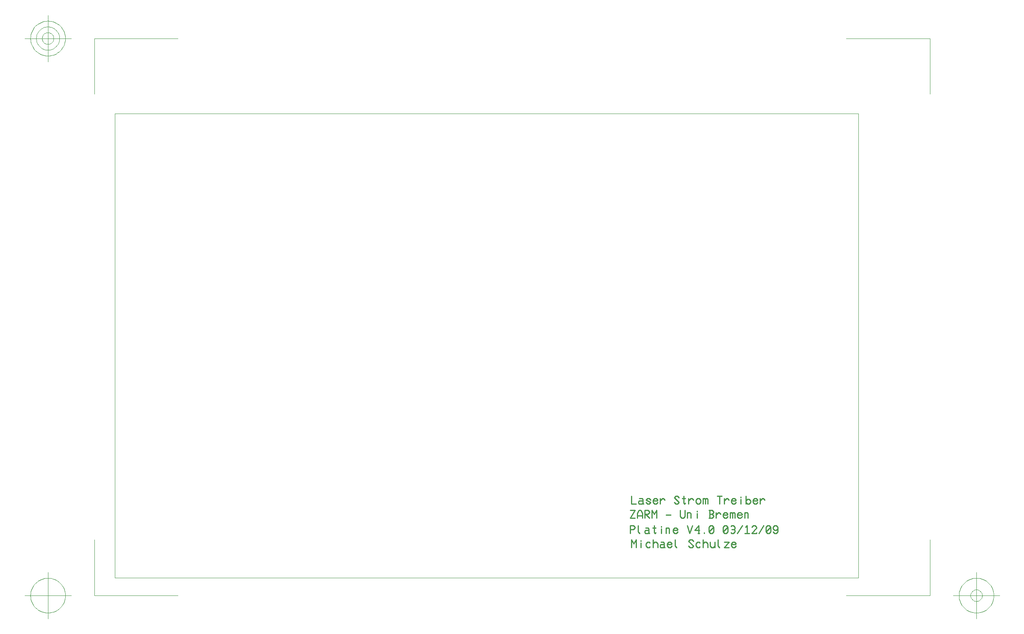
<source format=gbr>
G04 Generated by Ultiboard 10.0 *
%FSLAX25Y25*%
%MOIN*%

%ADD43C,0.01050*%
%ADD22C,0.00394*%
%ADD23C,0.00004*%


G04 ColorRGB CBCBCB for the following layer *
%LNMechanische Lage 1*%
%LPD*%
%FSLAX25Y25*%
%MOIN*%
G54D43*
X436672Y57325D02*
X440703Y57325D01*
X440703Y57325D02*
X436672Y50576D01*
X436672Y50576D02*
X440703Y50576D01*
X442719Y50576D02*
X442719Y54625D01*
X442719Y54625D02*
X444063Y57325D01*
X444063Y57325D02*
X445407Y57325D01*
X445407Y57325D02*
X446751Y54625D01*
X446751Y54625D02*
X446751Y50576D01*
X442719Y52601D02*
X446751Y52601D01*
X448766Y50576D02*
X448766Y57325D01*
X448766Y57325D02*
X451454Y57325D01*
X451454Y57325D02*
X452798Y55975D01*
X452798Y55975D02*
X452798Y55300D01*
X452798Y55300D02*
X451454Y53951D01*
X451454Y53951D02*
X448766Y53951D01*
X449438Y53951D02*
X452798Y50576D01*
X454814Y50576D02*
X454814Y57325D01*
X454814Y57325D02*
X456829Y53951D01*
X456829Y53951D02*
X458845Y57325D01*
X458845Y57325D02*
X458845Y50576D01*
X466908Y53276D02*
X470940Y53276D01*
X479003Y57325D02*
X479003Y51926D01*
X479003Y51926D02*
X480346Y50576D01*
X480346Y50576D02*
X481690Y50576D01*
X481690Y50576D02*
X483034Y51926D01*
X483034Y51926D02*
X483034Y57325D01*
X485050Y50576D02*
X485050Y54625D01*
X485050Y54625D02*
X485050Y55300D01*
X485050Y54625D02*
X485722Y55300D01*
X485722Y55300D02*
X487066Y55300D01*
X487066Y55300D02*
X487738Y54625D01*
X487738Y54625D02*
X487738Y50576D01*
X493113Y50576D02*
X493113Y54625D01*
X493113Y55975D02*
X493113Y56650D01*
X503192Y50576D02*
X505879Y50576D01*
X505879Y50576D02*
X507223Y51926D01*
X507223Y51926D02*
X507223Y52601D01*
X507223Y52601D02*
X505879Y53951D01*
X505879Y53951D02*
X507223Y55300D01*
X507223Y55300D02*
X507223Y55975D01*
X507223Y55975D02*
X505879Y57325D01*
X505879Y57325D02*
X503864Y57325D01*
X503864Y57325D02*
X503192Y57325D01*
X503864Y53951D02*
X505879Y53951D01*
X503864Y57325D02*
X503864Y50576D01*
X509239Y53276D02*
X511255Y55300D01*
X511255Y55300D02*
X511927Y55300D01*
X511927Y55300D02*
X513270Y53951D01*
X509239Y50576D02*
X509239Y55300D01*
X519318Y51926D02*
X517974Y50576D01*
X517974Y50576D02*
X516630Y50576D01*
X516630Y50576D02*
X515286Y51926D01*
X515286Y51926D02*
X515286Y53951D01*
X515286Y53951D02*
X516630Y55300D01*
X516630Y55300D02*
X517974Y55300D01*
X517974Y55300D02*
X519318Y53951D01*
X519318Y53951D02*
X518646Y53276D01*
X518646Y53276D02*
X515286Y53276D01*
X521333Y50576D02*
X521333Y54625D01*
X521333Y54625D02*
X521333Y55300D01*
X521333Y54625D02*
X522005Y55300D01*
X522005Y55300D02*
X522677Y55300D01*
X522677Y55300D02*
X523349Y54625D01*
X523349Y54625D02*
X524021Y55300D01*
X524021Y55300D02*
X524693Y55300D01*
X524693Y55300D02*
X525365Y54625D01*
X525365Y54625D02*
X525365Y50576D01*
X523349Y54625D02*
X523349Y50576D01*
X531412Y51926D02*
X530068Y50576D01*
X530068Y50576D02*
X528724Y50576D01*
X528724Y50576D02*
X527381Y51926D01*
X527381Y51926D02*
X527381Y53951D01*
X527381Y53951D02*
X528724Y55300D01*
X528724Y55300D02*
X530068Y55300D01*
X530068Y55300D02*
X531412Y53951D01*
X531412Y53951D02*
X530740Y53276D01*
X530740Y53276D02*
X527381Y53276D01*
X533428Y50576D02*
X533428Y54625D01*
X533428Y54625D02*
X533428Y55300D01*
X533428Y54625D02*
X534100Y55300D01*
X534100Y55300D02*
X535444Y55300D01*
X535444Y55300D02*
X536115Y54625D01*
X536115Y54625D02*
X536115Y50576D01*
X436672Y37576D02*
X436672Y44325D01*
X436672Y44325D02*
X439360Y44325D01*
X439360Y44325D02*
X440703Y42975D01*
X440703Y42975D02*
X440703Y42300D01*
X440703Y42300D02*
X439360Y40951D01*
X439360Y40951D02*
X436672Y40951D01*
X443391Y44325D02*
X443391Y38926D01*
X443391Y38926D02*
X444735Y37576D01*
X449438Y42300D02*
X451454Y42300D01*
X451454Y42300D02*
X452126Y41625D01*
X452126Y41625D02*
X452126Y38251D01*
X452126Y38251D02*
X451454Y37576D01*
X451454Y37576D02*
X449438Y37576D01*
X449438Y37576D02*
X448766Y38251D01*
X448766Y38251D02*
X448766Y39601D01*
X448766Y39601D02*
X449438Y40276D01*
X449438Y40276D02*
X452126Y40276D01*
X452126Y38251D02*
X452798Y37576D01*
X458173Y38251D02*
X457501Y37576D01*
X457501Y37576D02*
X456829Y38251D01*
X456829Y38251D02*
X456829Y44325D01*
X455486Y42300D02*
X458173Y42300D01*
X462877Y37576D02*
X462877Y41625D01*
X462877Y42975D02*
X462877Y43650D01*
X466908Y37576D02*
X466908Y41625D01*
X466908Y41625D02*
X466908Y42300D01*
X466908Y41625D02*
X467580Y42300D01*
X467580Y42300D02*
X468924Y42300D01*
X468924Y42300D02*
X469596Y41625D01*
X469596Y41625D02*
X469596Y37576D01*
X476987Y38926D02*
X475643Y37576D01*
X475643Y37576D02*
X474299Y37576D01*
X474299Y37576D02*
X472955Y38926D01*
X472955Y38926D02*
X472955Y40951D01*
X472955Y40951D02*
X474299Y42300D01*
X474299Y42300D02*
X475643Y42300D01*
X475643Y42300D02*
X476987Y40951D01*
X476987Y40951D02*
X476315Y40276D01*
X476315Y40276D02*
X472955Y40276D01*
X485050Y44325D02*
X487066Y37576D01*
X487066Y37576D02*
X489081Y44325D01*
X495129Y40276D02*
X491097Y40276D01*
X491097Y40276D02*
X494457Y44325D01*
X494457Y44325D02*
X494457Y37576D01*
X493785Y37576D02*
X495129Y37576D01*
X499160Y37576D02*
X499160Y38251D01*
X503192Y42975D02*
X504535Y44325D01*
X504535Y44325D02*
X505879Y44325D01*
X505879Y44325D02*
X507223Y42975D01*
X507223Y42975D02*
X507223Y38926D01*
X507223Y38926D02*
X505879Y37576D01*
X505879Y37576D02*
X504535Y37576D01*
X504535Y37576D02*
X503192Y38926D01*
X503192Y38926D02*
X503192Y42975D01*
X507223Y42975D02*
X503192Y38926D01*
X515286Y42975D02*
X516630Y44325D01*
X516630Y44325D02*
X517974Y44325D01*
X517974Y44325D02*
X519318Y42975D01*
X519318Y42975D02*
X519318Y38926D01*
X519318Y38926D02*
X517974Y37576D01*
X517974Y37576D02*
X516630Y37576D01*
X516630Y37576D02*
X515286Y38926D01*
X515286Y38926D02*
X515286Y42975D01*
X519318Y42975D02*
X515286Y38926D01*
X522005Y43650D02*
X522677Y44325D01*
X522677Y44325D02*
X524021Y44325D01*
X524021Y44325D02*
X525365Y42975D01*
X525365Y42975D02*
X525365Y41625D01*
X525365Y41625D02*
X524693Y40951D01*
X524693Y40951D02*
X525365Y40276D01*
X525365Y40276D02*
X525365Y38926D01*
X525365Y38926D02*
X524021Y37576D01*
X524021Y37576D02*
X522677Y37576D01*
X522677Y37576D02*
X522005Y38251D01*
X522677Y40951D02*
X524693Y40951D01*
X531412Y44325D02*
X527381Y37576D01*
X534100Y42975D02*
X535444Y44325D01*
X535444Y44325D02*
X535444Y37576D01*
X533428Y37576D02*
X537459Y37576D01*
X539475Y42975D02*
X540819Y44325D01*
X540819Y44325D02*
X542163Y44325D01*
X542163Y44325D02*
X543507Y42975D01*
X543507Y42975D02*
X543507Y42300D01*
X543507Y42300D02*
X539475Y37576D01*
X539475Y37576D02*
X543507Y37576D01*
X543507Y37576D02*
X543507Y38251D01*
X549554Y44325D02*
X545522Y37576D01*
X551570Y42975D02*
X552913Y44325D01*
X552913Y44325D02*
X554257Y44325D01*
X554257Y44325D02*
X555601Y42975D01*
X555601Y42975D02*
X555601Y38926D01*
X555601Y38926D02*
X554257Y37576D01*
X554257Y37576D02*
X552913Y37576D01*
X552913Y37576D02*
X551570Y38926D01*
X551570Y38926D02*
X551570Y42975D01*
X555601Y42975D02*
X551570Y38926D01*
X557617Y38926D02*
X558961Y37576D01*
X558961Y37576D02*
X560304Y37576D01*
X560304Y37576D02*
X561648Y38926D01*
X561648Y38926D02*
X561648Y41625D01*
X561648Y41625D02*
X561648Y42975D01*
X561648Y42975D02*
X560304Y44325D01*
X560304Y44325D02*
X558961Y44325D01*
X558961Y44325D02*
X557617Y42975D01*
X557617Y42975D02*
X557617Y41625D01*
X557617Y41625D02*
X558961Y40276D01*
X558961Y40276D02*
X560304Y40276D01*
X560304Y40276D02*
X561648Y41625D01*
X437672Y25576D02*
X437672Y32325D01*
X437672Y32325D02*
X439688Y28951D01*
X439688Y28951D02*
X441703Y32325D01*
X441703Y32325D02*
X441703Y25576D01*
X445735Y25576D02*
X445735Y29625D01*
X445735Y30975D02*
X445735Y31650D01*
X453126Y26251D02*
X452454Y25576D01*
X452454Y25576D02*
X451110Y25576D01*
X451110Y25576D02*
X449766Y26926D01*
X449766Y26926D02*
X449766Y28951D01*
X449766Y28951D02*
X451110Y30300D01*
X451110Y30300D02*
X452454Y30300D01*
X452454Y30300D02*
X453126Y29625D01*
X455814Y28951D02*
X457157Y30300D01*
X457157Y30300D02*
X458501Y30300D01*
X458501Y30300D02*
X459845Y28951D01*
X459845Y28951D02*
X459845Y25576D01*
X455814Y32325D02*
X455814Y25576D01*
X462533Y30300D02*
X464549Y30300D01*
X464549Y30300D02*
X465220Y29625D01*
X465220Y29625D02*
X465220Y26251D01*
X465220Y26251D02*
X464549Y25576D01*
X464549Y25576D02*
X462533Y25576D01*
X462533Y25576D02*
X461861Y26251D01*
X461861Y26251D02*
X461861Y27601D01*
X461861Y27601D02*
X462533Y28276D01*
X462533Y28276D02*
X465220Y28276D01*
X465220Y26251D02*
X465892Y25576D01*
X471940Y26926D02*
X470596Y25576D01*
X470596Y25576D02*
X469252Y25576D01*
X469252Y25576D02*
X467908Y26926D01*
X467908Y26926D02*
X467908Y28951D01*
X467908Y28951D02*
X469252Y30300D01*
X469252Y30300D02*
X470596Y30300D01*
X470596Y30300D02*
X471940Y28951D01*
X471940Y28951D02*
X471268Y28276D01*
X471268Y28276D02*
X467908Y28276D01*
X474627Y32325D02*
X474627Y26926D01*
X474627Y26926D02*
X475971Y25576D01*
X486050Y26926D02*
X487394Y25576D01*
X487394Y25576D02*
X488738Y25576D01*
X488738Y25576D02*
X490081Y26926D01*
X490081Y26926D02*
X486050Y30975D01*
X486050Y30975D02*
X487394Y32325D01*
X487394Y32325D02*
X488738Y32325D01*
X488738Y32325D02*
X490081Y30975D01*
X495457Y26251D02*
X494785Y25576D01*
X494785Y25576D02*
X493441Y25576D01*
X493441Y25576D02*
X492097Y26926D01*
X492097Y26926D02*
X492097Y28951D01*
X492097Y28951D02*
X493441Y30300D01*
X493441Y30300D02*
X494785Y30300D01*
X494785Y30300D02*
X495457Y29625D01*
X498144Y28951D02*
X499488Y30300D01*
X499488Y30300D02*
X500832Y30300D01*
X500832Y30300D02*
X502176Y28951D01*
X502176Y28951D02*
X502176Y25576D01*
X498144Y32325D02*
X498144Y25576D01*
X504192Y30300D02*
X504192Y26926D01*
X504192Y26926D02*
X505535Y25576D01*
X505535Y25576D02*
X506879Y25576D01*
X506879Y25576D02*
X508223Y26926D01*
X508223Y26926D02*
X508223Y30300D01*
X508223Y26926D02*
X508223Y25576D01*
X510911Y32325D02*
X510911Y26926D01*
X510911Y26926D02*
X512255Y25576D01*
X516286Y30300D02*
X520318Y30300D01*
X520318Y30300D02*
X516286Y25576D01*
X516286Y25576D02*
X520318Y25576D01*
X526365Y26926D02*
X525021Y25576D01*
X525021Y25576D02*
X523677Y25576D01*
X523677Y25576D02*
X522333Y26926D01*
X522333Y26926D02*
X522333Y28951D01*
X522333Y28951D02*
X523677Y30300D01*
X523677Y30300D02*
X525021Y30300D01*
X525021Y30300D02*
X526365Y28951D01*
X526365Y28951D02*
X525693Y28276D01*
X525693Y28276D02*
X522333Y28276D01*
X437672Y69325D02*
X437672Y62576D01*
X437672Y62576D02*
X441703Y62576D01*
X444391Y67300D02*
X446407Y67300D01*
X446407Y67300D02*
X447079Y66625D01*
X447079Y66625D02*
X447079Y63251D01*
X447079Y63251D02*
X446407Y62576D01*
X446407Y62576D02*
X444391Y62576D01*
X444391Y62576D02*
X443719Y63251D01*
X443719Y63251D02*
X443719Y64601D01*
X443719Y64601D02*
X444391Y65276D01*
X444391Y65276D02*
X447079Y65276D01*
X447079Y63251D02*
X447751Y62576D01*
X449766Y63926D02*
X451110Y62576D01*
X451110Y62576D02*
X452454Y62576D01*
X452454Y62576D02*
X453798Y63926D01*
X453798Y63926D02*
X449766Y65951D01*
X449766Y65951D02*
X451110Y67300D01*
X451110Y67300D02*
X452454Y67300D01*
X452454Y67300D02*
X453798Y65951D01*
X459845Y63926D02*
X458501Y62576D01*
X458501Y62576D02*
X457157Y62576D01*
X457157Y62576D02*
X455814Y63926D01*
X455814Y63926D02*
X455814Y65951D01*
X455814Y65951D02*
X457157Y67300D01*
X457157Y67300D02*
X458501Y67300D01*
X458501Y67300D02*
X459845Y65951D01*
X459845Y65951D02*
X459173Y65276D01*
X459173Y65276D02*
X455814Y65276D01*
X461861Y65276D02*
X463877Y67300D01*
X463877Y67300D02*
X464549Y67300D01*
X464549Y67300D02*
X465892Y65951D01*
X461861Y62576D02*
X461861Y67300D01*
X473955Y63926D02*
X475299Y62576D01*
X475299Y62576D02*
X476643Y62576D01*
X476643Y62576D02*
X477987Y63926D01*
X477987Y63926D02*
X473955Y67975D01*
X473955Y67975D02*
X475299Y69325D01*
X475299Y69325D02*
X476643Y69325D01*
X476643Y69325D02*
X477987Y67975D01*
X483362Y63251D02*
X482690Y62576D01*
X482690Y62576D02*
X482018Y63251D01*
X482018Y63251D02*
X482018Y69325D01*
X480675Y67300D02*
X483362Y67300D01*
X486050Y65276D02*
X488066Y67300D01*
X488066Y67300D02*
X488738Y67300D01*
X488738Y67300D02*
X490081Y65951D01*
X486050Y62576D02*
X486050Y67300D01*
X492097Y63926D02*
X493441Y62576D01*
X493441Y62576D02*
X494785Y62576D01*
X494785Y62576D02*
X496129Y63926D01*
X496129Y63926D02*
X496129Y65951D01*
X496129Y65951D02*
X494785Y67300D01*
X494785Y67300D02*
X493441Y67300D01*
X493441Y67300D02*
X492097Y65951D01*
X492097Y65951D02*
X492097Y63926D01*
X498144Y62576D02*
X498144Y66625D01*
X498144Y66625D02*
X498144Y67300D01*
X498144Y66625D02*
X498816Y67300D01*
X498816Y67300D02*
X499488Y67300D01*
X499488Y67300D02*
X500160Y66625D01*
X500160Y66625D02*
X500832Y67300D01*
X500832Y67300D02*
X501504Y67300D01*
X501504Y67300D02*
X502176Y66625D01*
X502176Y66625D02*
X502176Y62576D01*
X500160Y66625D02*
X500160Y62576D01*
X512255Y62576D02*
X512255Y69325D01*
X510239Y69325D02*
X514270Y69325D01*
X516286Y65276D02*
X518302Y67300D01*
X518302Y67300D02*
X518974Y67300D01*
X518974Y67300D02*
X520318Y65951D01*
X516286Y62576D02*
X516286Y67300D01*
X526365Y63926D02*
X525021Y62576D01*
X525021Y62576D02*
X523677Y62576D01*
X523677Y62576D02*
X522333Y63926D01*
X522333Y63926D02*
X522333Y65951D01*
X522333Y65951D02*
X523677Y67300D01*
X523677Y67300D02*
X525021Y67300D01*
X525021Y67300D02*
X526365Y65951D01*
X526365Y65951D02*
X525693Y65276D01*
X525693Y65276D02*
X522333Y65276D01*
X530396Y62576D02*
X530396Y66625D01*
X530396Y67975D02*
X530396Y68650D01*
X534428Y63926D02*
X535772Y62576D01*
X535772Y62576D02*
X537115Y62576D01*
X537115Y62576D02*
X538459Y63926D01*
X538459Y63926D02*
X538459Y65276D01*
X538459Y65276D02*
X537115Y66625D01*
X537115Y66625D02*
X535772Y66625D01*
X535772Y66625D02*
X534428Y65276D01*
X534428Y69325D02*
X534428Y62576D01*
X544507Y63926D02*
X543163Y62576D01*
X543163Y62576D02*
X541819Y62576D01*
X541819Y62576D02*
X540475Y63926D01*
X540475Y63926D02*
X540475Y65951D01*
X540475Y65951D02*
X541819Y67300D01*
X541819Y67300D02*
X543163Y67300D01*
X543163Y67300D02*
X544507Y65951D01*
X544507Y65951D02*
X543835Y65276D01*
X543835Y65276D02*
X540475Y65276D01*
X546522Y65276D02*
X548538Y67300D01*
X548538Y67300D02*
X549210Y67300D01*
X549210Y67300D02*
X550554Y65951D01*
X546522Y62576D02*
X546522Y67300D01*
G54D22*
X-17512Y-14937D02*
X-17512Y32308D01*
X-17512Y-14937D02*
X53291Y-14937D01*
X690512Y-14937D02*
X619709Y-14937D01*
X690512Y-14937D02*
X690512Y32308D01*
X690512Y457512D02*
X690512Y410267D01*
X690512Y457512D02*
X619709Y457512D01*
X-17512Y457512D02*
X53291Y457512D01*
X-17512Y457512D02*
X-17512Y410267D01*
X-37197Y-14937D02*
X-76567Y-14937D01*
X-56882Y-34622D02*
X-56882Y4748D01*
X-42118Y-14937D02*
X-42189Y-13490D01*
X-42189Y-13490D02*
X-42402Y-12057D01*
X-42402Y-12057D02*
X-42754Y-10651D01*
X-42754Y-10651D02*
X-43242Y-9287D01*
X-43242Y-9287D02*
X-43861Y-7977D01*
X-43861Y-7977D02*
X-44606Y-6735D01*
X-44606Y-6735D02*
X-45469Y-5571D01*
X-45469Y-5571D02*
X-46442Y-4497D01*
X-46442Y-4497D02*
X-47516Y-3524D01*
X-47516Y-3524D02*
X-48680Y-2661D01*
X-48680Y-2661D02*
X-49922Y-1917D01*
X-49922Y-1917D02*
X-51232Y-1297D01*
X-51232Y-1297D02*
X-52596Y-809D01*
X-52596Y-809D02*
X-54002Y-457D01*
X-54002Y-457D02*
X-55435Y-244D01*
X-55435Y-244D02*
X-56882Y-173D01*
X-56882Y-173D02*
X-58329Y-244D01*
X-58329Y-244D02*
X-59762Y-457D01*
X-59762Y-457D02*
X-61168Y-809D01*
X-61168Y-809D02*
X-62532Y-1297D01*
X-62532Y-1297D02*
X-63841Y-1917D01*
X-63841Y-1917D02*
X-65084Y-2661D01*
X-65084Y-2661D02*
X-66248Y-3524D01*
X-66248Y-3524D02*
X-67321Y-4497D01*
X-67321Y-4497D02*
X-68294Y-5571D01*
X-68294Y-5571D02*
X-69158Y-6735D01*
X-69158Y-6735D02*
X-69902Y-7977D01*
X-69902Y-7977D02*
X-70522Y-9287D01*
X-70522Y-9287D02*
X-71010Y-10651D01*
X-71010Y-10651D02*
X-71362Y-12057D01*
X-71362Y-12057D02*
X-71575Y-13490D01*
X-71575Y-13490D02*
X-71646Y-14937D01*
X-71646Y-14937D02*
X-71575Y-16384D01*
X-71575Y-16384D02*
X-71362Y-17817D01*
X-71362Y-17817D02*
X-71010Y-19223D01*
X-71010Y-19223D02*
X-70522Y-20587D01*
X-70522Y-20587D02*
X-69902Y-21897D01*
X-69902Y-21897D02*
X-69158Y-23139D01*
X-69158Y-23139D02*
X-68294Y-24303D01*
X-68294Y-24303D02*
X-67321Y-25377D01*
X-67321Y-25377D02*
X-66248Y-26350D01*
X-66248Y-26350D02*
X-65084Y-27213D01*
X-65084Y-27213D02*
X-63841Y-27957D01*
X-63841Y-27957D02*
X-62532Y-28577D01*
X-62532Y-28577D02*
X-61168Y-29065D01*
X-61168Y-29065D02*
X-59762Y-29417D01*
X-59762Y-29417D02*
X-58329Y-29630D01*
X-58329Y-29630D02*
X-56882Y-29701D01*
X-56882Y-29701D02*
X-55435Y-29630D01*
X-55435Y-29630D02*
X-54002Y-29417D01*
X-54002Y-29417D02*
X-52596Y-29065D01*
X-52596Y-29065D02*
X-51232Y-28577D01*
X-51232Y-28577D02*
X-49922Y-27957D01*
X-49922Y-27957D02*
X-48680Y-27213D01*
X-48680Y-27213D02*
X-47516Y-26350D01*
X-47516Y-26350D02*
X-46442Y-25377D01*
X-46442Y-25377D02*
X-45469Y-24303D01*
X-45469Y-24303D02*
X-44606Y-23139D01*
X-44606Y-23139D02*
X-43861Y-21897D01*
X-43861Y-21897D02*
X-43242Y-20587D01*
X-43242Y-20587D02*
X-42754Y-19223D01*
X-42754Y-19223D02*
X-42402Y-17817D01*
X-42402Y-17817D02*
X-42189Y-16384D01*
X-42189Y-16384D02*
X-42118Y-14937D01*
X710197Y-14937D02*
X749567Y-14937D01*
X729882Y-34622D02*
X729882Y4748D01*
X744646Y-14937D02*
X744575Y-13490D01*
X744575Y-13490D02*
X744362Y-12057D01*
X744362Y-12057D02*
X744010Y-10651D01*
X744010Y-10651D02*
X743522Y-9287D01*
X743522Y-9287D02*
X742902Y-7977D01*
X742902Y-7977D02*
X742158Y-6735D01*
X742158Y-6735D02*
X741294Y-5571D01*
X741294Y-5571D02*
X740321Y-4497D01*
X740321Y-4497D02*
X739248Y-3524D01*
X739248Y-3524D02*
X738084Y-2661D01*
X738084Y-2661D02*
X736841Y-1917D01*
X736841Y-1917D02*
X735532Y-1297D01*
X735532Y-1297D02*
X734168Y-809D01*
X734168Y-809D02*
X732762Y-457D01*
X732762Y-457D02*
X731329Y-244D01*
X731329Y-244D02*
X729882Y-173D01*
X729882Y-173D02*
X728435Y-244D01*
X728435Y-244D02*
X727002Y-457D01*
X727002Y-457D02*
X725596Y-809D01*
X725596Y-809D02*
X724232Y-1297D01*
X724232Y-1297D02*
X722922Y-1917D01*
X722922Y-1917D02*
X721680Y-2661D01*
X721680Y-2661D02*
X720516Y-3524D01*
X720516Y-3524D02*
X719442Y-4497D01*
X719442Y-4497D02*
X718469Y-5571D01*
X718469Y-5571D02*
X717606Y-6735D01*
X717606Y-6735D02*
X716861Y-7977D01*
X716861Y-7977D02*
X716242Y-9287D01*
X716242Y-9287D02*
X715754Y-10651D01*
X715754Y-10651D02*
X715402Y-12057D01*
X715402Y-12057D02*
X715189Y-13490D01*
X715189Y-13490D02*
X715118Y-14937D01*
X715118Y-14937D02*
X715189Y-16384D01*
X715189Y-16384D02*
X715402Y-17817D01*
X715402Y-17817D02*
X715754Y-19223D01*
X715754Y-19223D02*
X716242Y-20587D01*
X716242Y-20587D02*
X716861Y-21897D01*
X716861Y-21897D02*
X717606Y-23139D01*
X717606Y-23139D02*
X718469Y-24303D01*
X718469Y-24303D02*
X719442Y-25377D01*
X719442Y-25377D02*
X720516Y-26350D01*
X720516Y-26350D02*
X721680Y-27213D01*
X721680Y-27213D02*
X722922Y-27957D01*
X722922Y-27957D02*
X724232Y-28577D01*
X724232Y-28577D02*
X725596Y-29065D01*
X725596Y-29065D02*
X727002Y-29417D01*
X727002Y-29417D02*
X728435Y-29630D01*
X728435Y-29630D02*
X729882Y-29701D01*
X729882Y-29701D02*
X731329Y-29630D01*
X731329Y-29630D02*
X732762Y-29417D01*
X732762Y-29417D02*
X734168Y-29065D01*
X734168Y-29065D02*
X735532Y-28577D01*
X735532Y-28577D02*
X736841Y-27957D01*
X736841Y-27957D02*
X738084Y-27213D01*
X738084Y-27213D02*
X739248Y-26350D01*
X739248Y-26350D02*
X740321Y-25377D01*
X740321Y-25377D02*
X741294Y-24303D01*
X741294Y-24303D02*
X742158Y-23139D01*
X742158Y-23139D02*
X742902Y-21897D01*
X742902Y-21897D02*
X743522Y-20587D01*
X743522Y-20587D02*
X744010Y-19223D01*
X744010Y-19223D02*
X744362Y-17817D01*
X744362Y-17817D02*
X744575Y-16384D01*
X744575Y-16384D02*
X744646Y-14937D01*
X734803Y-14937D02*
X734779Y-14455D01*
X734779Y-14455D02*
X734709Y-13977D01*
X734709Y-13977D02*
X734591Y-13508D01*
X734591Y-13508D02*
X734429Y-13054D01*
X734429Y-13054D02*
X734222Y-12617D01*
X734222Y-12617D02*
X733974Y-12203D01*
X733974Y-12203D02*
X733686Y-11815D01*
X733686Y-11815D02*
X733362Y-11457D01*
X733362Y-11457D02*
X733004Y-11133D01*
X733004Y-11133D02*
X732616Y-10845D01*
X732616Y-10845D02*
X732202Y-10597D01*
X732202Y-10597D02*
X731765Y-10390D01*
X731765Y-10390D02*
X731310Y-10228D01*
X731310Y-10228D02*
X730842Y-10110D01*
X730842Y-10110D02*
X730364Y-10039D01*
X730364Y-10039D02*
X729882Y-10016D01*
X729882Y-10016D02*
X729400Y-10039D01*
X729400Y-10039D02*
X728922Y-10110D01*
X728922Y-10110D02*
X728453Y-10228D01*
X728453Y-10228D02*
X727999Y-10390D01*
X727999Y-10390D02*
X727562Y-10597D01*
X727562Y-10597D02*
X727148Y-10845D01*
X727148Y-10845D02*
X726760Y-11133D01*
X726760Y-11133D02*
X726402Y-11457D01*
X726402Y-11457D02*
X726078Y-11815D01*
X726078Y-11815D02*
X725790Y-12203D01*
X725790Y-12203D02*
X725542Y-12617D01*
X725542Y-12617D02*
X725335Y-13054D01*
X725335Y-13054D02*
X725173Y-13508D01*
X725173Y-13508D02*
X725055Y-13977D01*
X725055Y-13977D02*
X724984Y-14455D01*
X724984Y-14455D02*
X724961Y-14937D01*
X724961Y-14937D02*
X724984Y-15419D01*
X724984Y-15419D02*
X725055Y-15897D01*
X725055Y-15897D02*
X725173Y-16366D01*
X725173Y-16366D02*
X725335Y-16820D01*
X725335Y-16820D02*
X725542Y-17257D01*
X725542Y-17257D02*
X725790Y-17671D01*
X725790Y-17671D02*
X726078Y-18059D01*
X726078Y-18059D02*
X726402Y-18417D01*
X726402Y-18417D02*
X726760Y-18741D01*
X726760Y-18741D02*
X727148Y-19029D01*
X727148Y-19029D02*
X727562Y-19277D01*
X727562Y-19277D02*
X727999Y-19484D01*
X727999Y-19484D02*
X728453Y-19646D01*
X728453Y-19646D02*
X728922Y-19764D01*
X728922Y-19764D02*
X729400Y-19835D01*
X729400Y-19835D02*
X729882Y-19858D01*
X729882Y-19858D02*
X730364Y-19835D01*
X730364Y-19835D02*
X730842Y-19764D01*
X730842Y-19764D02*
X731310Y-19646D01*
X731310Y-19646D02*
X731765Y-19484D01*
X731765Y-19484D02*
X732202Y-19277D01*
X732202Y-19277D02*
X732616Y-19029D01*
X732616Y-19029D02*
X733004Y-18741D01*
X733004Y-18741D02*
X733362Y-18417D01*
X733362Y-18417D02*
X733686Y-18059D01*
X733686Y-18059D02*
X733974Y-17671D01*
X733974Y-17671D02*
X734222Y-17257D01*
X734222Y-17257D02*
X734429Y-16820D01*
X734429Y-16820D02*
X734591Y-16366D01*
X734591Y-16366D02*
X734709Y-15897D01*
X734709Y-15897D02*
X734779Y-15419D01*
X734779Y-15419D02*
X734803Y-14937D01*
X-37197Y457512D02*
X-76567Y457512D01*
X-56882Y437827D02*
X-56882Y477197D01*
X-42118Y457512D02*
X-42189Y458959D01*
X-42189Y458959D02*
X-42402Y460392D01*
X-42402Y460392D02*
X-42754Y461798D01*
X-42754Y461798D02*
X-43242Y463162D01*
X-43242Y463162D02*
X-43861Y464471D01*
X-43861Y464471D02*
X-44606Y465714D01*
X-44606Y465714D02*
X-45469Y466878D01*
X-45469Y466878D02*
X-46442Y467951D01*
X-46442Y467951D02*
X-47516Y468924D01*
X-47516Y468924D02*
X-48680Y469787D01*
X-48680Y469787D02*
X-49922Y470532D01*
X-49922Y470532D02*
X-51232Y471152D01*
X-51232Y471152D02*
X-52596Y471640D01*
X-52596Y471640D02*
X-54002Y471992D01*
X-54002Y471992D02*
X-55435Y472205D01*
X-55435Y472205D02*
X-56882Y472276D01*
X-56882Y472276D02*
X-58329Y472205D01*
X-58329Y472205D02*
X-59762Y471992D01*
X-59762Y471992D02*
X-61168Y471640D01*
X-61168Y471640D02*
X-62532Y471152D01*
X-62532Y471152D02*
X-63841Y470532D01*
X-63841Y470532D02*
X-65084Y469787D01*
X-65084Y469787D02*
X-66248Y468924D01*
X-66248Y468924D02*
X-67321Y467951D01*
X-67321Y467951D02*
X-68294Y466878D01*
X-68294Y466878D02*
X-69158Y465714D01*
X-69158Y465714D02*
X-69902Y464471D01*
X-69902Y464471D02*
X-70522Y463162D01*
X-70522Y463162D02*
X-71010Y461798D01*
X-71010Y461798D02*
X-71362Y460392D01*
X-71362Y460392D02*
X-71575Y458959D01*
X-71575Y458959D02*
X-71646Y457512D01*
X-71646Y457512D02*
X-71575Y456065D01*
X-71575Y456065D02*
X-71362Y454632D01*
X-71362Y454632D02*
X-71010Y453226D01*
X-71010Y453226D02*
X-70522Y451862D01*
X-70522Y451862D02*
X-69902Y450552D01*
X-69902Y450552D02*
X-69158Y449310D01*
X-69158Y449310D02*
X-68294Y448146D01*
X-68294Y448146D02*
X-67321Y447072D01*
X-67321Y447072D02*
X-66248Y446099D01*
X-66248Y446099D02*
X-65084Y445236D01*
X-65084Y445236D02*
X-63841Y444491D01*
X-63841Y444491D02*
X-62532Y443872D01*
X-62532Y443872D02*
X-61168Y443384D01*
X-61168Y443384D02*
X-59762Y443032D01*
X-59762Y443032D02*
X-58329Y442819D01*
X-58329Y442819D02*
X-56882Y442748D01*
X-56882Y442748D02*
X-55435Y442819D01*
X-55435Y442819D02*
X-54002Y443032D01*
X-54002Y443032D02*
X-52596Y443384D01*
X-52596Y443384D02*
X-51232Y443872D01*
X-51232Y443872D02*
X-49922Y444491D01*
X-49922Y444491D02*
X-48680Y445236D01*
X-48680Y445236D02*
X-47516Y446099D01*
X-47516Y446099D02*
X-46442Y447072D01*
X-46442Y447072D02*
X-45469Y448146D01*
X-45469Y448146D02*
X-44606Y449310D01*
X-44606Y449310D02*
X-43861Y450552D01*
X-43861Y450552D02*
X-43242Y451862D01*
X-43242Y451862D02*
X-42754Y453226D01*
X-42754Y453226D02*
X-42402Y454632D01*
X-42402Y454632D02*
X-42189Y456065D01*
X-42189Y456065D02*
X-42118Y457512D01*
X-47039Y457512D02*
X-47087Y458477D01*
X-47087Y458477D02*
X-47228Y459432D01*
X-47228Y459432D02*
X-47463Y460369D01*
X-47463Y460369D02*
X-47789Y461278D01*
X-47789Y461278D02*
X-48202Y462152D01*
X-48202Y462152D02*
X-48698Y462980D01*
X-48698Y462980D02*
X-49274Y463756D01*
X-49274Y463756D02*
X-49922Y464472D01*
X-49922Y464472D02*
X-50638Y465120D01*
X-50638Y465120D02*
X-51414Y465696D01*
X-51414Y465696D02*
X-52242Y466192D01*
X-52242Y466192D02*
X-53115Y466605D01*
X-53115Y466605D02*
X-54025Y466931D01*
X-54025Y466931D02*
X-54962Y467165D01*
X-54962Y467165D02*
X-55917Y467307D01*
X-55917Y467307D02*
X-56882Y467354D01*
X-56882Y467354D02*
X-57847Y467307D01*
X-57847Y467307D02*
X-58802Y467165D01*
X-58802Y467165D02*
X-59739Y466931D01*
X-59739Y466931D02*
X-60648Y466605D01*
X-60648Y466605D02*
X-61522Y466192D01*
X-61522Y466192D02*
X-62350Y465696D01*
X-62350Y465696D02*
X-63126Y465120D01*
X-63126Y465120D02*
X-63842Y464472D01*
X-63842Y464472D02*
X-64490Y463756D01*
X-64490Y463756D02*
X-65066Y462980D01*
X-65066Y462980D02*
X-65562Y462152D01*
X-65562Y462152D02*
X-65975Y461278D01*
X-65975Y461278D02*
X-66301Y460369D01*
X-66301Y460369D02*
X-66535Y459432D01*
X-66535Y459432D02*
X-66677Y458477D01*
X-66677Y458477D02*
X-66724Y457512D01*
X-66724Y457512D02*
X-66677Y456547D01*
X-66677Y456547D02*
X-66535Y455592D01*
X-66535Y455592D02*
X-66301Y454655D01*
X-66301Y454655D02*
X-65975Y453745D01*
X-65975Y453745D02*
X-65562Y452872D01*
X-65562Y452872D02*
X-65066Y452044D01*
X-65066Y452044D02*
X-64490Y451268D01*
X-64490Y451268D02*
X-63842Y450552D01*
X-63842Y450552D02*
X-63126Y449903D01*
X-63126Y449903D02*
X-62350Y449328D01*
X-62350Y449328D02*
X-61522Y448831D01*
X-61522Y448831D02*
X-60648Y448419D01*
X-60648Y448419D02*
X-59739Y448093D01*
X-59739Y448093D02*
X-58802Y447858D01*
X-58802Y447858D02*
X-57847Y447717D01*
X-57847Y447717D02*
X-56882Y447669D01*
X-56882Y447669D02*
X-55917Y447717D01*
X-55917Y447717D02*
X-54962Y447858D01*
X-54962Y447858D02*
X-54025Y448093D01*
X-54025Y448093D02*
X-53115Y448419D01*
X-53115Y448419D02*
X-52242Y448831D01*
X-52242Y448831D02*
X-51414Y449328D01*
X-51414Y449328D02*
X-50638Y449903D01*
X-50638Y449903D02*
X-49922Y450552D01*
X-49922Y450552D02*
X-49274Y451268D01*
X-49274Y451268D02*
X-48698Y452044D01*
X-48698Y452044D02*
X-48202Y452872D01*
X-48202Y452872D02*
X-47789Y453745D01*
X-47789Y453745D02*
X-47463Y454655D01*
X-47463Y454655D02*
X-47228Y455592D01*
X-47228Y455592D02*
X-47087Y456547D01*
X-47087Y456547D02*
X-47039Y457512D01*
X-51961Y457512D02*
X-51984Y457994D01*
X-51984Y457994D02*
X-52055Y458472D01*
X-52055Y458472D02*
X-52173Y458940D01*
X-52173Y458940D02*
X-52335Y459395D01*
X-52335Y459395D02*
X-52542Y459832D01*
X-52542Y459832D02*
X-52790Y460246D01*
X-52790Y460246D02*
X-53078Y460634D01*
X-53078Y460634D02*
X-53402Y460992D01*
X-53402Y460992D02*
X-53760Y461316D01*
X-53760Y461316D02*
X-54148Y461604D01*
X-54148Y461604D02*
X-54562Y461852D01*
X-54562Y461852D02*
X-54999Y462058D01*
X-54999Y462058D02*
X-55453Y462221D01*
X-55453Y462221D02*
X-55922Y462339D01*
X-55922Y462339D02*
X-56400Y462409D01*
X-56400Y462409D02*
X-56882Y462433D01*
X-56882Y462433D02*
X-57364Y462409D01*
X-57364Y462409D02*
X-57842Y462339D01*
X-57842Y462339D02*
X-58310Y462221D01*
X-58310Y462221D02*
X-58765Y462058D01*
X-58765Y462058D02*
X-59202Y461852D01*
X-59202Y461852D02*
X-59616Y461604D01*
X-59616Y461604D02*
X-60004Y461316D01*
X-60004Y461316D02*
X-60362Y460992D01*
X-60362Y460992D02*
X-60686Y460634D01*
X-60686Y460634D02*
X-60974Y460246D01*
X-60974Y460246D02*
X-61222Y459832D01*
X-61222Y459832D02*
X-61429Y459395D01*
X-61429Y459395D02*
X-61591Y458940D01*
X-61591Y458940D02*
X-61709Y458472D01*
X-61709Y458472D02*
X-61779Y457994D01*
X-61779Y457994D02*
X-61803Y457512D01*
X-61803Y457512D02*
X-61779Y457029D01*
X-61779Y457029D02*
X-61709Y456552D01*
X-61709Y456552D02*
X-61591Y456083D01*
X-61591Y456083D02*
X-61429Y455629D01*
X-61429Y455629D02*
X-61222Y455192D01*
X-61222Y455192D02*
X-60974Y454778D01*
X-60974Y454778D02*
X-60686Y454390D01*
X-60686Y454390D02*
X-60362Y454032D01*
X-60362Y454032D02*
X-60004Y453708D01*
X-60004Y453708D02*
X-59616Y453420D01*
X-59616Y453420D02*
X-59202Y453172D01*
X-59202Y453172D02*
X-58765Y452965D01*
X-58765Y452965D02*
X-58310Y452802D01*
X-58310Y452802D02*
X-57842Y452685D01*
X-57842Y452685D02*
X-57364Y452614D01*
X-57364Y452614D02*
X-56882Y452591D01*
X-56882Y452591D02*
X-56400Y452614D01*
X-56400Y452614D02*
X-55922Y452685D01*
X-55922Y452685D02*
X-55453Y452802D01*
X-55453Y452802D02*
X-54999Y452965D01*
X-54999Y452965D02*
X-54562Y453172D01*
X-54562Y453172D02*
X-54148Y453420D01*
X-54148Y453420D02*
X-53760Y453708D01*
X-53760Y453708D02*
X-53402Y454032D01*
X-53402Y454032D02*
X-53078Y454390D01*
X-53078Y454390D02*
X-52790Y454778D01*
X-52790Y454778D02*
X-52542Y455192D01*
X-52542Y455192D02*
X-52335Y455629D01*
X-52335Y455629D02*
X-52173Y456083D01*
X-52173Y456083D02*
X-52055Y456552D01*
X-52055Y456552D02*
X-51984Y457029D01*
X-51984Y457029D02*
X-51961Y457512D01*
X-17512Y-14937D02*
X-17512Y32308D01*
X-17512Y-14937D02*
X53291Y-14937D01*
X690512Y-14937D02*
X619709Y-14937D01*
X690512Y-14937D02*
X690512Y32308D01*
X690512Y457512D02*
X690512Y410267D01*
X690512Y457512D02*
X619709Y457512D01*
X-17512Y457512D02*
X53291Y457512D01*
X-17512Y457512D02*
X-17512Y410267D01*
X-37197Y-14937D02*
X-76567Y-14937D01*
X-56882Y-34622D02*
X-56882Y4748D01*
X-42118Y-14937D02*
X-42189Y-13490D01*
X-42189Y-13490D02*
X-42402Y-12057D01*
X-42402Y-12057D02*
X-42754Y-10651D01*
X-42754Y-10651D02*
X-43242Y-9287D01*
X-43242Y-9287D02*
X-43861Y-7977D01*
X-43861Y-7977D02*
X-44606Y-6735D01*
X-44606Y-6735D02*
X-45469Y-5571D01*
X-45469Y-5571D02*
X-46442Y-4497D01*
X-46442Y-4497D02*
X-47516Y-3524D01*
X-47516Y-3524D02*
X-48680Y-2661D01*
X-48680Y-2661D02*
X-49922Y-1917D01*
X-49922Y-1917D02*
X-51232Y-1297D01*
X-51232Y-1297D02*
X-52596Y-809D01*
X-52596Y-809D02*
X-54002Y-457D01*
X-54002Y-457D02*
X-55435Y-244D01*
X-55435Y-244D02*
X-56882Y-173D01*
X-56882Y-173D02*
X-58329Y-244D01*
X-58329Y-244D02*
X-59762Y-457D01*
X-59762Y-457D02*
X-61168Y-809D01*
X-61168Y-809D02*
X-62532Y-1297D01*
X-62532Y-1297D02*
X-63841Y-1917D01*
X-63841Y-1917D02*
X-65084Y-2661D01*
X-65084Y-2661D02*
X-66248Y-3524D01*
X-66248Y-3524D02*
X-67321Y-4497D01*
X-67321Y-4497D02*
X-68294Y-5571D01*
X-68294Y-5571D02*
X-69158Y-6735D01*
X-69158Y-6735D02*
X-69902Y-7977D01*
X-69902Y-7977D02*
X-70522Y-9287D01*
X-70522Y-9287D02*
X-71010Y-10651D01*
X-71010Y-10651D02*
X-71362Y-12057D01*
X-71362Y-12057D02*
X-71575Y-13490D01*
X-71575Y-13490D02*
X-71646Y-14937D01*
X-71646Y-14937D02*
X-71575Y-16384D01*
X-71575Y-16384D02*
X-71362Y-17817D01*
X-71362Y-17817D02*
X-71010Y-19223D01*
X-71010Y-19223D02*
X-70522Y-20587D01*
X-70522Y-20587D02*
X-69902Y-21897D01*
X-69902Y-21897D02*
X-69158Y-23139D01*
X-69158Y-23139D02*
X-68294Y-24303D01*
X-68294Y-24303D02*
X-67321Y-25377D01*
X-67321Y-25377D02*
X-66248Y-26350D01*
X-66248Y-26350D02*
X-65084Y-27213D01*
X-65084Y-27213D02*
X-63841Y-27957D01*
X-63841Y-27957D02*
X-62532Y-28577D01*
X-62532Y-28577D02*
X-61168Y-29065D01*
X-61168Y-29065D02*
X-59762Y-29417D01*
X-59762Y-29417D02*
X-58329Y-29630D01*
X-58329Y-29630D02*
X-56882Y-29701D01*
X-56882Y-29701D02*
X-55435Y-29630D01*
X-55435Y-29630D02*
X-54002Y-29417D01*
X-54002Y-29417D02*
X-52596Y-29065D01*
X-52596Y-29065D02*
X-51232Y-28577D01*
X-51232Y-28577D02*
X-49922Y-27957D01*
X-49922Y-27957D02*
X-48680Y-27213D01*
X-48680Y-27213D02*
X-47516Y-26350D01*
X-47516Y-26350D02*
X-46442Y-25377D01*
X-46442Y-25377D02*
X-45469Y-24303D01*
X-45469Y-24303D02*
X-44606Y-23139D01*
X-44606Y-23139D02*
X-43861Y-21897D01*
X-43861Y-21897D02*
X-43242Y-20587D01*
X-43242Y-20587D02*
X-42754Y-19223D01*
X-42754Y-19223D02*
X-42402Y-17817D01*
X-42402Y-17817D02*
X-42189Y-16384D01*
X-42189Y-16384D02*
X-42118Y-14937D01*
X710197Y-14937D02*
X749567Y-14937D01*
X729882Y-34622D02*
X729882Y4748D01*
X744646Y-14937D02*
X744575Y-13490D01*
X744575Y-13490D02*
X744362Y-12057D01*
X744362Y-12057D02*
X744010Y-10651D01*
X744010Y-10651D02*
X743522Y-9287D01*
X743522Y-9287D02*
X742902Y-7977D01*
X742902Y-7977D02*
X742158Y-6735D01*
X742158Y-6735D02*
X741294Y-5571D01*
X741294Y-5571D02*
X740321Y-4497D01*
X740321Y-4497D02*
X739248Y-3524D01*
X739248Y-3524D02*
X738084Y-2661D01*
X738084Y-2661D02*
X736841Y-1917D01*
X736841Y-1917D02*
X735532Y-1297D01*
X735532Y-1297D02*
X734168Y-809D01*
X734168Y-809D02*
X732762Y-457D01*
X732762Y-457D02*
X731329Y-244D01*
X731329Y-244D02*
X729882Y-173D01*
X729882Y-173D02*
X728435Y-244D01*
X728435Y-244D02*
X727002Y-457D01*
X727002Y-457D02*
X725596Y-809D01*
X725596Y-809D02*
X724232Y-1297D01*
X724232Y-1297D02*
X722922Y-1917D01*
X722922Y-1917D02*
X721680Y-2661D01*
X721680Y-2661D02*
X720516Y-3524D01*
X720516Y-3524D02*
X719442Y-4497D01*
X719442Y-4497D02*
X718469Y-5571D01*
X718469Y-5571D02*
X717606Y-6735D01*
X717606Y-6735D02*
X716861Y-7977D01*
X716861Y-7977D02*
X716242Y-9287D01*
X716242Y-9287D02*
X715754Y-10651D01*
X715754Y-10651D02*
X715402Y-12057D01*
X715402Y-12057D02*
X715189Y-13490D01*
X715189Y-13490D02*
X715118Y-14937D01*
X715118Y-14937D02*
X715189Y-16384D01*
X715189Y-16384D02*
X715402Y-17817D01*
X715402Y-17817D02*
X715754Y-19223D01*
X715754Y-19223D02*
X716242Y-20587D01*
X716242Y-20587D02*
X716861Y-21897D01*
X716861Y-21897D02*
X717606Y-23139D01*
X717606Y-23139D02*
X718469Y-24303D01*
X718469Y-24303D02*
X719442Y-25377D01*
X719442Y-25377D02*
X720516Y-26350D01*
X720516Y-26350D02*
X721680Y-27213D01*
X721680Y-27213D02*
X722922Y-27957D01*
X722922Y-27957D02*
X724232Y-28577D01*
X724232Y-28577D02*
X725596Y-29065D01*
X725596Y-29065D02*
X727002Y-29417D01*
X727002Y-29417D02*
X728435Y-29630D01*
X728435Y-29630D02*
X729882Y-29701D01*
X729882Y-29701D02*
X731329Y-29630D01*
X731329Y-29630D02*
X732762Y-29417D01*
X732762Y-29417D02*
X734168Y-29065D01*
X734168Y-29065D02*
X735532Y-28577D01*
X735532Y-28577D02*
X736841Y-27957D01*
X736841Y-27957D02*
X738084Y-27213D01*
X738084Y-27213D02*
X739248Y-26350D01*
X739248Y-26350D02*
X740321Y-25377D01*
X740321Y-25377D02*
X741294Y-24303D01*
X741294Y-24303D02*
X742158Y-23139D01*
X742158Y-23139D02*
X742902Y-21897D01*
X742902Y-21897D02*
X743522Y-20587D01*
X743522Y-20587D02*
X744010Y-19223D01*
X744010Y-19223D02*
X744362Y-17817D01*
X744362Y-17817D02*
X744575Y-16384D01*
X744575Y-16384D02*
X744646Y-14937D01*
X734803Y-14937D02*
X734779Y-14455D01*
X734779Y-14455D02*
X734709Y-13977D01*
X734709Y-13977D02*
X734591Y-13508D01*
X734591Y-13508D02*
X734429Y-13054D01*
X734429Y-13054D02*
X734222Y-12617D01*
X734222Y-12617D02*
X733974Y-12203D01*
X733974Y-12203D02*
X733686Y-11815D01*
X733686Y-11815D02*
X733362Y-11457D01*
X733362Y-11457D02*
X733004Y-11133D01*
X733004Y-11133D02*
X732616Y-10845D01*
X732616Y-10845D02*
X732202Y-10597D01*
X732202Y-10597D02*
X731765Y-10390D01*
X731765Y-10390D02*
X731310Y-10228D01*
X731310Y-10228D02*
X730842Y-10110D01*
X730842Y-10110D02*
X730364Y-10039D01*
X730364Y-10039D02*
X729882Y-10016D01*
X729882Y-10016D02*
X729400Y-10039D01*
X729400Y-10039D02*
X728922Y-10110D01*
X728922Y-10110D02*
X728453Y-10228D01*
X728453Y-10228D02*
X727999Y-10390D01*
X727999Y-10390D02*
X727562Y-10597D01*
X727562Y-10597D02*
X727148Y-10845D01*
X727148Y-10845D02*
X726760Y-11133D01*
X726760Y-11133D02*
X726402Y-11457D01*
X726402Y-11457D02*
X726078Y-11815D01*
X726078Y-11815D02*
X725790Y-12203D01*
X725790Y-12203D02*
X725542Y-12617D01*
X725542Y-12617D02*
X725335Y-13054D01*
X725335Y-13054D02*
X725173Y-13508D01*
X725173Y-13508D02*
X725055Y-13977D01*
X725055Y-13977D02*
X724984Y-14455D01*
X724984Y-14455D02*
X724961Y-14937D01*
X724961Y-14937D02*
X724984Y-15419D01*
X724984Y-15419D02*
X725055Y-15897D01*
X725055Y-15897D02*
X725173Y-16366D01*
X725173Y-16366D02*
X725335Y-16820D01*
X725335Y-16820D02*
X725542Y-17257D01*
X725542Y-17257D02*
X725790Y-17671D01*
X725790Y-17671D02*
X726078Y-18059D01*
X726078Y-18059D02*
X726402Y-18417D01*
X726402Y-18417D02*
X726760Y-18741D01*
X726760Y-18741D02*
X727148Y-19029D01*
X727148Y-19029D02*
X727562Y-19277D01*
X727562Y-19277D02*
X727999Y-19484D01*
X727999Y-19484D02*
X728453Y-19646D01*
X728453Y-19646D02*
X728922Y-19764D01*
X728922Y-19764D02*
X729400Y-19835D01*
X729400Y-19835D02*
X729882Y-19858D01*
X729882Y-19858D02*
X730364Y-19835D01*
X730364Y-19835D02*
X730842Y-19764D01*
X730842Y-19764D02*
X731310Y-19646D01*
X731310Y-19646D02*
X731765Y-19484D01*
X731765Y-19484D02*
X732202Y-19277D01*
X732202Y-19277D02*
X732616Y-19029D01*
X732616Y-19029D02*
X733004Y-18741D01*
X733004Y-18741D02*
X733362Y-18417D01*
X733362Y-18417D02*
X733686Y-18059D01*
X733686Y-18059D02*
X733974Y-17671D01*
X733974Y-17671D02*
X734222Y-17257D01*
X734222Y-17257D02*
X734429Y-16820D01*
X734429Y-16820D02*
X734591Y-16366D01*
X734591Y-16366D02*
X734709Y-15897D01*
X734709Y-15897D02*
X734779Y-15419D01*
X734779Y-15419D02*
X734803Y-14937D01*
X-37197Y457512D02*
X-76567Y457512D01*
X-56882Y437827D02*
X-56882Y477197D01*
X-42118Y457512D02*
X-42189Y458959D01*
X-42189Y458959D02*
X-42402Y460392D01*
X-42402Y460392D02*
X-42754Y461798D01*
X-42754Y461798D02*
X-43242Y463162D01*
X-43242Y463162D02*
X-43861Y464471D01*
X-43861Y464471D02*
X-44606Y465714D01*
X-44606Y465714D02*
X-45469Y466878D01*
X-45469Y466878D02*
X-46442Y467951D01*
X-46442Y467951D02*
X-47516Y468924D01*
X-47516Y468924D02*
X-48680Y469787D01*
X-48680Y469787D02*
X-49922Y470532D01*
X-49922Y470532D02*
X-51232Y471152D01*
X-51232Y471152D02*
X-52596Y471640D01*
X-52596Y471640D02*
X-54002Y471992D01*
X-54002Y471992D02*
X-55435Y472205D01*
X-55435Y472205D02*
X-56882Y472276D01*
X-56882Y472276D02*
X-58329Y472205D01*
X-58329Y472205D02*
X-59762Y471992D01*
X-59762Y471992D02*
X-61168Y471640D01*
X-61168Y471640D02*
X-62532Y471152D01*
X-62532Y471152D02*
X-63841Y470532D01*
X-63841Y470532D02*
X-65084Y469787D01*
X-65084Y469787D02*
X-66248Y468924D01*
X-66248Y468924D02*
X-67321Y467951D01*
X-67321Y467951D02*
X-68294Y466878D01*
X-68294Y466878D02*
X-69158Y465714D01*
X-69158Y465714D02*
X-69902Y464471D01*
X-69902Y464471D02*
X-70522Y463162D01*
X-70522Y463162D02*
X-71010Y461798D01*
X-71010Y461798D02*
X-71362Y460392D01*
X-71362Y460392D02*
X-71575Y458959D01*
X-71575Y458959D02*
X-71646Y457512D01*
X-71646Y457512D02*
X-71575Y456065D01*
X-71575Y456065D02*
X-71362Y454632D01*
X-71362Y454632D02*
X-71010Y453226D01*
X-71010Y453226D02*
X-70522Y451862D01*
X-70522Y451862D02*
X-69902Y450552D01*
X-69902Y450552D02*
X-69158Y449310D01*
X-69158Y449310D02*
X-68294Y448146D01*
X-68294Y448146D02*
X-67321Y447072D01*
X-67321Y447072D02*
X-66248Y446099D01*
X-66248Y446099D02*
X-65084Y445236D01*
X-65084Y445236D02*
X-63841Y444491D01*
X-63841Y444491D02*
X-62532Y443872D01*
X-62532Y443872D02*
X-61168Y443384D01*
X-61168Y443384D02*
X-59762Y443032D01*
X-59762Y443032D02*
X-58329Y442819D01*
X-58329Y442819D02*
X-56882Y442748D01*
X-56882Y442748D02*
X-55435Y442819D01*
X-55435Y442819D02*
X-54002Y443032D01*
X-54002Y443032D02*
X-52596Y443384D01*
X-52596Y443384D02*
X-51232Y443872D01*
X-51232Y443872D02*
X-49922Y444491D01*
X-49922Y444491D02*
X-48680Y445236D01*
X-48680Y445236D02*
X-47516Y446099D01*
X-47516Y446099D02*
X-46442Y447072D01*
X-46442Y447072D02*
X-45469Y448146D01*
X-45469Y448146D02*
X-44606Y449310D01*
X-44606Y449310D02*
X-43861Y450552D01*
X-43861Y450552D02*
X-43242Y451862D01*
X-43242Y451862D02*
X-42754Y453226D01*
X-42754Y453226D02*
X-42402Y454632D01*
X-42402Y454632D02*
X-42189Y456065D01*
X-42189Y456065D02*
X-42118Y457512D01*
X-47039Y457512D02*
X-47087Y458477D01*
X-47087Y458477D02*
X-47228Y459432D01*
X-47228Y459432D02*
X-47463Y460369D01*
X-47463Y460369D02*
X-47789Y461278D01*
X-47789Y461278D02*
X-48202Y462152D01*
X-48202Y462152D02*
X-48698Y462980D01*
X-48698Y462980D02*
X-49274Y463756D01*
X-49274Y463756D02*
X-49922Y464472D01*
X-49922Y464472D02*
X-50638Y465120D01*
X-50638Y465120D02*
X-51414Y465696D01*
X-51414Y465696D02*
X-52242Y466192D01*
X-52242Y466192D02*
X-53115Y466605D01*
X-53115Y466605D02*
X-54025Y466931D01*
X-54025Y466931D02*
X-54962Y467165D01*
X-54962Y467165D02*
X-55917Y467307D01*
X-55917Y467307D02*
X-56882Y467354D01*
X-56882Y467354D02*
X-57847Y467307D01*
X-57847Y467307D02*
X-58802Y467165D01*
X-58802Y467165D02*
X-59739Y466931D01*
X-59739Y466931D02*
X-60648Y466605D01*
X-60648Y466605D02*
X-61522Y466192D01*
X-61522Y466192D02*
X-62350Y465696D01*
X-62350Y465696D02*
X-63126Y465120D01*
X-63126Y465120D02*
X-63842Y464472D01*
X-63842Y464472D02*
X-64490Y463756D01*
X-64490Y463756D02*
X-65066Y462980D01*
X-65066Y462980D02*
X-65562Y462152D01*
X-65562Y462152D02*
X-65975Y461278D01*
X-65975Y461278D02*
X-66301Y460369D01*
X-66301Y460369D02*
X-66535Y459432D01*
X-66535Y459432D02*
X-66677Y458477D01*
X-66677Y458477D02*
X-66724Y457512D01*
X-66724Y457512D02*
X-66677Y456547D01*
X-66677Y456547D02*
X-66535Y455592D01*
X-66535Y455592D02*
X-66301Y454655D01*
X-66301Y454655D02*
X-65975Y453745D01*
X-65975Y453745D02*
X-65562Y452872D01*
X-65562Y452872D02*
X-65066Y452044D01*
X-65066Y452044D02*
X-64490Y451268D01*
X-64490Y451268D02*
X-63842Y450552D01*
X-63842Y450552D02*
X-63126Y449903D01*
X-63126Y449903D02*
X-62350Y449328D01*
X-62350Y449328D02*
X-61522Y448831D01*
X-61522Y448831D02*
X-60648Y448419D01*
X-60648Y448419D02*
X-59739Y448093D01*
X-59739Y448093D02*
X-58802Y447858D01*
X-58802Y447858D02*
X-57847Y447717D01*
X-57847Y447717D02*
X-56882Y447669D01*
X-56882Y447669D02*
X-55917Y447717D01*
X-55917Y447717D02*
X-54962Y447858D01*
X-54962Y447858D02*
X-54025Y448093D01*
X-54025Y448093D02*
X-53115Y448419D01*
X-53115Y448419D02*
X-52242Y448831D01*
X-52242Y448831D02*
X-51414Y449328D01*
X-51414Y449328D02*
X-50638Y449903D01*
X-50638Y449903D02*
X-49922Y450552D01*
X-49922Y450552D02*
X-49274Y451268D01*
X-49274Y451268D02*
X-48698Y452044D01*
X-48698Y452044D02*
X-48202Y452872D01*
X-48202Y452872D02*
X-47789Y453745D01*
X-47789Y453745D02*
X-47463Y454655D01*
X-47463Y454655D02*
X-47228Y455592D01*
X-47228Y455592D02*
X-47087Y456547D01*
X-47087Y456547D02*
X-47039Y457512D01*
X-51961Y457512D02*
X-51984Y457994D01*
X-51984Y457994D02*
X-52055Y458472D01*
X-52055Y458472D02*
X-52173Y458940D01*
X-52173Y458940D02*
X-52335Y459395D01*
X-52335Y459395D02*
X-52542Y459832D01*
X-52542Y459832D02*
X-52790Y460246D01*
X-52790Y460246D02*
X-53078Y460634D01*
X-53078Y460634D02*
X-53402Y460992D01*
X-53402Y460992D02*
X-53760Y461316D01*
X-53760Y461316D02*
X-54148Y461604D01*
X-54148Y461604D02*
X-54562Y461852D01*
X-54562Y461852D02*
X-54999Y462058D01*
X-54999Y462058D02*
X-55453Y462221D01*
X-55453Y462221D02*
X-55922Y462339D01*
X-55922Y462339D02*
X-56400Y462409D01*
X-56400Y462409D02*
X-56882Y462433D01*
X-56882Y462433D02*
X-57364Y462409D01*
X-57364Y462409D02*
X-57842Y462339D01*
X-57842Y462339D02*
X-58310Y462221D01*
X-58310Y462221D02*
X-58765Y462058D01*
X-58765Y462058D02*
X-59202Y461852D01*
X-59202Y461852D02*
X-59616Y461604D01*
X-59616Y461604D02*
X-60004Y461316D01*
X-60004Y461316D02*
X-60362Y460992D01*
X-60362Y460992D02*
X-60686Y460634D01*
X-60686Y460634D02*
X-60974Y460246D01*
X-60974Y460246D02*
X-61222Y459832D01*
X-61222Y459832D02*
X-61429Y459395D01*
X-61429Y459395D02*
X-61591Y458940D01*
X-61591Y458940D02*
X-61709Y458472D01*
X-61709Y458472D02*
X-61779Y457994D01*
X-61779Y457994D02*
X-61803Y457512D01*
X-61803Y457512D02*
X-61779Y457029D01*
X-61779Y457029D02*
X-61709Y456552D01*
X-61709Y456552D02*
X-61591Y456083D01*
X-61591Y456083D02*
X-61429Y455629D01*
X-61429Y455629D02*
X-61222Y455192D01*
X-61222Y455192D02*
X-60974Y454778D01*
X-60974Y454778D02*
X-60686Y454390D01*
X-60686Y454390D02*
X-60362Y454032D01*
X-60362Y454032D02*
X-60004Y453708D01*
X-60004Y453708D02*
X-59616Y453420D01*
X-59616Y453420D02*
X-59202Y453172D01*
X-59202Y453172D02*
X-58765Y452965D01*
X-58765Y452965D02*
X-58310Y452802D01*
X-58310Y452802D02*
X-57842Y452685D01*
X-57842Y452685D02*
X-57364Y452614D01*
X-57364Y452614D02*
X-56882Y452591D01*
X-56882Y452591D02*
X-56400Y452614D01*
X-56400Y452614D02*
X-55922Y452685D01*
X-55922Y452685D02*
X-55453Y452802D01*
X-55453Y452802D02*
X-54999Y452965D01*
X-54999Y452965D02*
X-54562Y453172D01*
X-54562Y453172D02*
X-54148Y453420D01*
X-54148Y453420D02*
X-53760Y453708D01*
X-53760Y453708D02*
X-53402Y454032D01*
X-53402Y454032D02*
X-53078Y454390D01*
X-53078Y454390D02*
X-52790Y454778D01*
X-52790Y454778D02*
X-52542Y455192D01*
X-52542Y455192D02*
X-52335Y455629D01*
X-52335Y455629D02*
X-52173Y456083D01*
X-52173Y456083D02*
X-52055Y456552D01*
X-52055Y456552D02*
X-51984Y457029D01*
X-51984Y457029D02*
X-51961Y457512D01*
G54D23*
X0Y0D02*
X629921Y0D01*
X629921Y0D02*
X629921Y393701D01*
X629921Y393701D02*
X0Y393701D01*
X0Y393701D02*
X0Y0D01*

M00*

</source>
